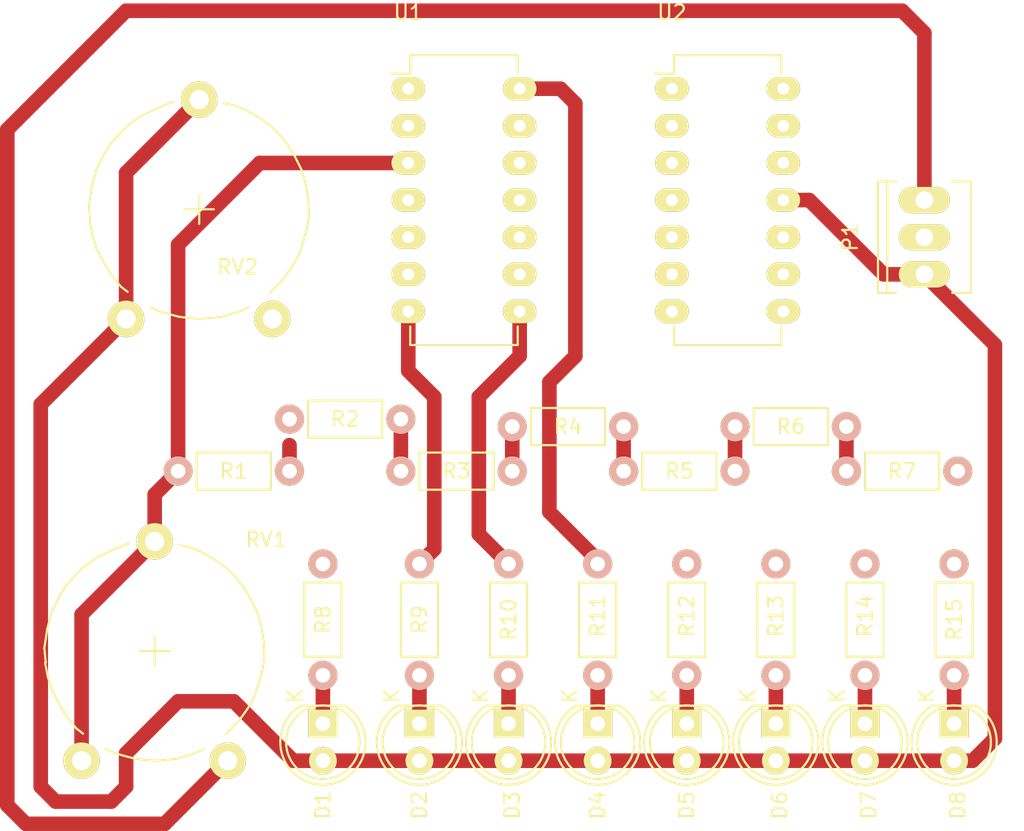
<source format=kicad_pcb>
(kicad_pcb (version 4) (host pcbnew 4.0.2-stable)

  (general
    (links 56)
    (no_connects 25)
    (area 101.571379 95.141 168.996 156.28838)
    (thickness 1.6)
    (drawings 0)
    (tracks 72)
    (zones 0)
    (modules 28)
    (nets 28)
  )

  (page A4)
  (layers
    (0 F.Cu signal)
    (31 B.Cu signal)
    (32 B.Adhes user)
    (33 F.Adhes user)
    (34 B.Paste user)
    (35 F.Paste user)
    (36 B.SilkS user)
    (37 F.SilkS user)
    (38 B.Mask user)
    (39 F.Mask user)
    (40 Dwgs.User user)
    (41 Cmts.User user)
    (42 Eco1.User user)
    (43 Eco2.User user)
    (44 Edge.Cuts user)
    (45 Margin user)
    (46 B.CrtYd user)
    (47 F.CrtYd user)
    (48 B.Fab user)
    (49 F.Fab user)
  )

  (setup
    (last_trace_width 1)
    (trace_clearance 0.2)
    (zone_clearance 0.508)
    (zone_45_only no)
    (trace_min 0.2)
    (segment_width 0.2)
    (edge_width 0.15)
    (via_size 0.6)
    (via_drill 0.4)
    (via_min_size 0.4)
    (via_min_drill 0.3)
    (uvia_size 0.3)
    (uvia_drill 0.1)
    (uvias_allowed no)
    (uvia_min_size 0.2)
    (uvia_min_drill 0.1)
    (pcb_text_width 0.3)
    (pcb_text_size 1.5 1.5)
    (mod_edge_width 0.15)
    (mod_text_size 1 1)
    (mod_text_width 0.15)
    (pad_size 1.524 1.524)
    (pad_drill 0.762)
    (pad_to_mask_clearance 0.2)
    (aux_axis_origin 0 0)
    (visible_elements FFFFFF7F)
    (pcbplotparams
      (layerselection 0x00030_80000001)
      (usegerberextensions false)
      (excludeedgelayer true)
      (linewidth 0.100000)
      (plotframeref false)
      (viasonmask false)
      (mode 1)
      (useauxorigin false)
      (hpglpennumber 1)
      (hpglpenspeed 20)
      (hpglpendiameter 15)
      (hpglpenoverlay 2)
      (psnegative false)
      (psa4output false)
      (plotreference true)
      (plotvalue true)
      (plotinvisibletext false)
      (padsonsilk false)
      (subtractmaskfromsilk false)
      (outputformat 1)
      (mirror false)
      (drillshape 1)
      (scaleselection 1)
      (outputdirectory ""))
  )

  (net 0 "")
  (net 1 +12V)
  (net 2 GNDPWR)
  (net 3 "Net-(D3-Pad1)")
  (net 4 "Net-(R3-Pad1)")
  (net 5 "Net-(R5-Pad1)")
  (net 6 "Net-(R6-Pad1)")
  (net 7 "Net-(R7-Pad1)")
  (net 8 "Net-(R8-Pad1)")
  (net 9 "Net-(R10-Pad1)")
  (net 10 "Net-(R11-Pad1)")
  (net 11 "Net-(R12-Pad1)")
  (net 12 "Net-(R13-Pad1)")
  (net 13 "Net-(R14-Pad1)")
  (net 14 "Net-(R15-Pad1)")
  (net 15 "Net-(D1-Pad1)")
  (net 16 "Net-(D2-Pad1)")
  (net 17 "Net-(D4-Pad1)")
  (net 18 "Net-(D5-Pad1)")
  (net 19 "Net-(D6-Pad1)")
  (net 20 "Net-(D7-Pad1)")
  (net 21 "Net-(D8-Pad1)")
  (net 22 "Net-(P1-Pad2)")
  (net 23 "Net-(R1-Pad1)")
  (net 24 "Net-(R1-Pad2)")
  (net 25 "Net-(R2-Pad1)")
  (net 26 "Net-(R4-Pad1)")
  (net 27 "Net-(R9-Pad1)")

  (net_class Default "This is the default net class."
    (clearance 0.2)
    (trace_width 1)
    (via_dia 0.6)
    (via_drill 0.4)
    (uvia_dia 0.3)
    (uvia_drill 0.1)
    (add_net "Net-(D1-Pad1)")
    (add_net "Net-(D2-Pad1)")
    (add_net "Net-(D3-Pad1)")
    (add_net "Net-(D4-Pad1)")
    (add_net "Net-(D5-Pad1)")
    (add_net "Net-(D6-Pad1)")
    (add_net "Net-(D7-Pad1)")
    (add_net "Net-(D8-Pad1)")
    (add_net "Net-(P1-Pad2)")
    (add_net "Net-(R1-Pad1)")
    (add_net "Net-(R1-Pad2)")
    (add_net "Net-(R10-Pad1)")
    (add_net "Net-(R11-Pad1)")
    (add_net "Net-(R12-Pad1)")
    (add_net "Net-(R13-Pad1)")
    (add_net "Net-(R14-Pad1)")
    (add_net "Net-(R15-Pad1)")
    (add_net "Net-(R2-Pad1)")
    (add_net "Net-(R3-Pad1)")
    (add_net "Net-(R4-Pad1)")
    (add_net "Net-(R5-Pad1)")
    (add_net "Net-(R6-Pad1)")
    (add_net "Net-(R7-Pad1)")
    (add_net "Net-(R8-Pad1)")
    (add_net "Net-(R9-Pad1)")
  )

  (net_class Power ""
    (clearance 0.2)
    (trace_width 1)
    (via_dia 0.6)
    (via_drill 0.4)
    (uvia_dia 0.3)
    (uvia_drill 0.1)
    (add_net +12V)
    (add_net GNDPWR)
  )

  (module Potentiometers:Potentiometer_Trimmer-Piher_PT15-V15_horizontal (layer F.Cu) (tedit 5446FD75) (tstamp 5774080A)
    (at 104.394 151.384)
    (descr "Potentiometer, Trimmer, Piher, PT15, Type V15, horizontal, Rev A, 02 Aug 2010,")
    (tags "Potentiometer, Trimmer, Piher, PT15, Type V15, horizontal, Rev A, 02 Aug 2010,")
    (path /5771843C)
    (fp_text reference RV1 (at 12.62126 -15.12062) (layer F.SilkS)
      (effects (font (size 1 1) (thickness 0.15)))
    )
    (fp_text value LVL (at 5.00126 3.92938) (layer F.Fab)
      (effects (font (size 1 1) (thickness 0.15)))
    )
    (fp_line (start 3.05054 -14.80058) (end 3.2512 -14.85138) (layer F.SilkS) (width 0.15))
    (fp_line (start 7.40156 -14.59992) (end 6.70052 -14.74978) (layer F.SilkS) (width 0.15))
    (fp_line (start 1.651 -0.8001) (end 2.20218 -0.55118) (layer F.SilkS) (width 0.15))
    (fp_line (start 2.20218 -0.55118) (end 2.85242 -0.35052) (layer F.SilkS) (width 0.15))
    (fp_line (start 2.85242 -0.35052) (end 3.60172 -0.14986) (layer F.SilkS) (width 0.15))
    (fp_line (start 3.60172 -0.14986) (end 4.35102 -0.0508) (layer F.SilkS) (width 0.15))
    (fp_line (start 4.35102 -0.0508) (end 5.00126 0) (layer F.SilkS) (width 0.15))
    (fp_line (start 5.00126 0) (end 5.6515 -0.0508) (layer F.SilkS) (width 0.15))
    (fp_line (start 5.6515 -0.0508) (end 6.60146 -0.14986) (layer F.SilkS) (width 0.15))
    (fp_line (start 6.60146 -0.14986) (end 7.70128 -0.50038) (layer F.SilkS) (width 0.15))
    (fp_line (start 7.70128 -0.50038) (end 8.40232 -0.8001) (layer F.SilkS) (width 0.15))
    (fp_line (start -2.49936 -6.70052) (end -2.2987 -5.69976) (layer F.SilkS) (width 0.15))
    (fp_line (start -2.2987 -5.69976) (end -1.99898 -4.7498) (layer F.SilkS) (width 0.15))
    (fp_line (start -1.99898 -4.7498) (end -1.34874 -3.55092) (layer F.SilkS) (width 0.15))
    (fp_line (start -1.34874 -3.55092) (end -0.84836 -2.80162) (layer F.SilkS) (width 0.15))
    (fp_line (start -0.84836 -2.80162) (end -0.34798 -2.19964) (layer F.SilkS) (width 0.15))
    (fp_line (start -0.34798 -2.19964) (end 0.1016 -1.85166) (layer F.SilkS) (width 0.15))
    (fp_line (start 3.05054 -14.80058) (end 2.10058 -14.4018) (layer F.SilkS) (width 0.15))
    (fp_line (start 2.10058 -14.4018) (end 1.05156 -13.90142) (layer F.SilkS) (width 0.15))
    (fp_line (start 1.05156 -13.90142) (end 0.20066 -13.29944) (layer F.SilkS) (width 0.15))
    (fp_line (start 0.20066 -13.29944) (end -0.44958 -12.65174) (layer F.SilkS) (width 0.15))
    (fp_line (start -0.44958 -12.65174) (end -1.04902 -12.0015) (layer F.SilkS) (width 0.15))
    (fp_line (start -1.04902 -12.0015) (end -1.5494 -11.2014) (layer F.SilkS) (width 0.15))
    (fp_line (start -1.5494 -11.2014) (end -2.04978 -10.14984) (layer F.SilkS) (width 0.15))
    (fp_line (start -2.04978 -10.14984) (end -2.3495 -9.00176) (layer F.SilkS) (width 0.15))
    (fp_line (start -2.3495 -9.00176) (end -2.54762 -7.70128) (layer F.SilkS) (width 0.15))
    (fp_line (start -2.54762 -7.70128) (end -2.44856 -6.70052) (layer F.SilkS) (width 0.15))
    (fp_line (start 11.55192 -11.0998) (end 11.05154 -11.8999) (layer F.SilkS) (width 0.15))
    (fp_line (start 11.05154 -11.8999) (end 10.50036 -12.60094) (layer F.SilkS) (width 0.15))
    (fp_line (start 10.50036 -12.60094) (end 9.90092 -13.20038) (layer F.SilkS) (width 0.15))
    (fp_line (start 9.90092 -13.20038) (end 9.05002 -13.79982) (layer F.SilkS) (width 0.15))
    (fp_line (start 9.05002 -13.79982) (end 8.20166 -14.3002) (layer F.SilkS) (width 0.15))
    (fp_line (start 8.20166 -14.3002) (end 7.35076 -14.59992) (layer F.SilkS) (width 0.15))
    (fp_line (start 9.85012 -1.80086) (end 10.30224 -2.25044) (layer F.SilkS) (width 0.15))
    (fp_line (start 10.30224 -2.25044) (end 10.85088 -2.84988) (layer F.SilkS) (width 0.15))
    (fp_line (start 10.85088 -2.84988) (end 11.35126 -3.55092) (layer F.SilkS) (width 0.15))
    (fp_line (start 11.35126 -3.55092) (end 11.80084 -4.35102) (layer F.SilkS) (width 0.15))
    (fp_line (start 11.80084 -4.35102) (end 12.10056 -5.25018) (layer F.SilkS) (width 0.15))
    (fp_line (start 12.10056 -5.25018) (end 12.35202 -6.10108) (layer F.SilkS) (width 0.15))
    (fp_line (start 12.35202 -6.10108) (end 12.50188 -6.94944) (layer F.SilkS) (width 0.15))
    (fp_line (start 12.50188 -6.94944) (end 12.50188 -7.50062) (layer F.SilkS) (width 0.15))
    (fp_line (start 12.50188 -7.50062) (end 12.45108 -8.20166) (layer F.SilkS) (width 0.15))
    (fp_line (start 12.45108 -8.20166) (end 12.30122 -9.19988) (layer F.SilkS) (width 0.15))
    (fp_line (start 12.30122 -9.19988) (end 12.0015 -10.20064) (layer F.SilkS) (width 0.15))
    (fp_line (start 12.0015 -10.20064) (end 11.55192 -11.0998) (layer F.SilkS) (width 0.15))
    (fp_line (start 5.00126 -8.50138) (end 5.00126 -6.49986) (layer F.SilkS) (width 0.15))
    (fp_line (start 4.0005 -7.50062) (end 6.00202 -7.50062) (layer F.SilkS) (width 0.15))
    (pad 2 thru_hole circle (at 5.00126 -15.00124) (size 2.49936 2.49936) (drill 1.30048) (layers *.Cu *.Mask F.SilkS)
      (net 24 "Net-(R1-Pad2)"))
    (pad 3 thru_hole circle (at 10.00252 0) (size 2.49936 2.49936) (drill 1.30048) (layers *.Cu *.Mask F.SilkS)
      (net 2 GNDPWR))
    (pad 1 thru_hole circle (at 0 0) (size 2.49936 2.49936) (drill 1.30048) (layers *.Cu *.Mask F.SilkS)
      (net 24 "Net-(R1-Pad2)"))
  )

  (module LEDs:LED-5MM (layer F.Cu) (tedit 57740D75) (tstamp 57740778)
    (at 120.904 148.844 270)
    (descr "LED 5mm round vertical")
    (tags "LED 5mm round vertical")
    (path /57713C91)
    (fp_text reference D1 (at 5.588 0 270) (layer F.SilkS)
      (effects (font (size 1 1) (thickness 0.15)))
    )
    (fp_text value LN1 (at 1.524 -3.937 270) (layer F.Fab)
      (effects (font (size 1 1) (thickness 0.15)))
    )
    (fp_line (start -1.5 -1.55) (end -1.5 1.55) (layer F.CrtYd) (width 0.05))
    (fp_arc (start 1.3 0) (end -1.5 1.55) (angle -302) (layer F.CrtYd) (width 0.05))
    (fp_arc (start 1.27 0) (end -1.23 -1.5) (angle 297.5) (layer F.SilkS) (width 0.15))
    (fp_line (start -1.23 1.5) (end -1.23 -1.5) (layer F.SilkS) (width 0.15))
    (fp_circle (center 1.27 0) (end 0.97 -2.5) (layer F.SilkS) (width 0.15))
    (fp_text user K (at -1.905 1.905 270) (layer F.SilkS)
      (effects (font (size 1 1) (thickness 0.15)))
    )
    (pad 1 thru_hole rect (at 0 0) (size 2 1.9) (drill 1.00076) (layers *.Cu *.Mask F.SilkS)
      (net 15 "Net-(D1-Pad1)"))
    (pad 2 thru_hole circle (at 2.54 0 270) (size 1.9 1.9) (drill 1.00076) (layers *.Cu *.Mask F.SilkS)
      (net 1 +12V))
    (model LEDs.3dshapes/LED-5MM.wrl
      (at (xyz 0.05 0 0))
      (scale (xyz 1 1 1))
      (rotate (xyz 0 0 90))
    )
  )

  (module LEDs:LED-5MM (layer F.Cu) (tedit 57740D79) (tstamp 5774077E)
    (at 127.508 148.844 270)
    (descr "LED 5mm round vertical")
    (tags "LED 5mm round vertical")
    (path /57713C30)
    (fp_text reference D2 (at 5.588 0 270) (layer F.SilkS)
      (effects (font (size 1 1) (thickness 0.15)))
    )
    (fp_text value LN2 (at 1.524 -3.937 270) (layer F.Fab)
      (effects (font (size 1 1) (thickness 0.15)))
    )
    (fp_line (start -1.5 -1.55) (end -1.5 1.55) (layer F.CrtYd) (width 0.05))
    (fp_arc (start 1.3 0) (end -1.5 1.55) (angle -302) (layer F.CrtYd) (width 0.05))
    (fp_arc (start 1.27 0) (end -1.23 -1.5) (angle 297.5) (layer F.SilkS) (width 0.15))
    (fp_line (start -1.23 1.5) (end -1.23 -1.5) (layer F.SilkS) (width 0.15))
    (fp_circle (center 1.27 0) (end 0.97 -2.5) (layer F.SilkS) (width 0.15))
    (fp_text user K (at -1.905 1.905 270) (layer F.SilkS)
      (effects (font (size 1 1) (thickness 0.15)))
    )
    (pad 1 thru_hole rect (at 0 0) (size 2 1.9) (drill 1.00076) (layers *.Cu *.Mask F.SilkS)
      (net 16 "Net-(D2-Pad1)"))
    (pad 2 thru_hole circle (at 2.54 0 270) (size 1.9 1.9) (drill 1.00076) (layers *.Cu *.Mask F.SilkS)
      (net 1 +12V))
    (model LEDs.3dshapes/LED-5MM.wrl
      (at (xyz 0.05 0 0))
      (scale (xyz 1 1 1))
      (rotate (xyz 0 0 90))
    )
  )

  (module LEDs:LED-5MM (layer F.Cu) (tedit 57740D7E) (tstamp 57740784)
    (at 133.604 148.844 270)
    (descr "LED 5mm round vertical")
    (tags "LED 5mm round vertical")
    (path /57713BCE)
    (fp_text reference D3 (at 5.588 -0.254 270) (layer F.SilkS)
      (effects (font (size 1 1) (thickness 0.15)))
    )
    (fp_text value LN3 (at 1.524 -3.937 270) (layer F.Fab)
      (effects (font (size 1 1) (thickness 0.15)))
    )
    (fp_line (start -1.5 -1.55) (end -1.5 1.55) (layer F.CrtYd) (width 0.05))
    (fp_arc (start 1.3 0) (end -1.5 1.55) (angle -302) (layer F.CrtYd) (width 0.05))
    (fp_arc (start 1.27 0) (end -1.23 -1.5) (angle 297.5) (layer F.SilkS) (width 0.15))
    (fp_line (start -1.23 1.5) (end -1.23 -1.5) (layer F.SilkS) (width 0.15))
    (fp_circle (center 1.27 0) (end 0.97 -2.5) (layer F.SilkS) (width 0.15))
    (fp_text user K (at -1.905 1.905 270) (layer F.SilkS)
      (effects (font (size 1 1) (thickness 0.15)))
    )
    (pad 1 thru_hole rect (at 0 0) (size 2 1.9) (drill 1.00076) (layers *.Cu *.Mask F.SilkS)
      (net 3 "Net-(D3-Pad1)"))
    (pad 2 thru_hole circle (at 2.54 0 270) (size 1.9 1.9) (drill 1.00076) (layers *.Cu *.Mask F.SilkS)
      (net 1 +12V))
    (model LEDs.3dshapes/LED-5MM.wrl
      (at (xyz 0.05 0 0))
      (scale (xyz 1 1 1))
      (rotate (xyz 0 0 90))
    )
  )

  (module LEDs:LED-5MM (layer F.Cu) (tedit 57740D84) (tstamp 5774078A)
    (at 139.7 148.844 270)
    (descr "LED 5mm round vertical")
    (tags "LED 5mm round vertical")
    (path /57713B76)
    (fp_text reference D4 (at 5.588 0 270) (layer F.SilkS)
      (effects (font (size 1 1) (thickness 0.15)))
    )
    (fp_text value LN4 (at 1.524 -3.937 270) (layer F.Fab)
      (effects (font (size 1 1) (thickness 0.15)))
    )
    (fp_line (start -1.5 -1.55) (end -1.5 1.55) (layer F.CrtYd) (width 0.05))
    (fp_arc (start 1.3 0) (end -1.5 1.55) (angle -302) (layer F.CrtYd) (width 0.05))
    (fp_arc (start 1.27 0) (end -1.23 -1.5) (angle 297.5) (layer F.SilkS) (width 0.15))
    (fp_line (start -1.23 1.5) (end -1.23 -1.5) (layer F.SilkS) (width 0.15))
    (fp_circle (center 1.27 0) (end 0.97 -2.5) (layer F.SilkS) (width 0.15))
    (fp_text user K (at -1.905 1.905 270) (layer F.SilkS)
      (effects (font (size 1 1) (thickness 0.15)))
    )
    (pad 1 thru_hole rect (at 0 0) (size 2 1.9) (drill 1.00076) (layers *.Cu *.Mask F.SilkS)
      (net 17 "Net-(D4-Pad1)"))
    (pad 2 thru_hole circle (at 2.54 0 270) (size 1.9 1.9) (drill 1.00076) (layers *.Cu *.Mask F.SilkS)
      (net 1 +12V))
    (model LEDs.3dshapes/LED-5MM.wrl
      (at (xyz 0.05 0 0))
      (scale (xyz 1 1 1))
      (rotate (xyz 0 0 90))
    )
  )

  (module LEDs:LED-5MM (layer F.Cu) (tedit 57740D89) (tstamp 57740790)
    (at 145.796 148.844 270)
    (descr "LED 5mm round vertical")
    (tags "LED 5mm round vertical")
    (path /57713B18)
    (fp_text reference D5 (at 5.588 0 270) (layer F.SilkS)
      (effects (font (size 1 1) (thickness 0.15)))
    )
    (fp_text value LN5 (at 1.524 -3.937 270) (layer F.Fab)
      (effects (font (size 1 1) (thickness 0.15)))
    )
    (fp_line (start -1.5 -1.55) (end -1.5 1.55) (layer F.CrtYd) (width 0.05))
    (fp_arc (start 1.3 0) (end -1.5 1.55) (angle -302) (layer F.CrtYd) (width 0.05))
    (fp_arc (start 1.27 0) (end -1.23 -1.5) (angle 297.5) (layer F.SilkS) (width 0.15))
    (fp_line (start -1.23 1.5) (end -1.23 -1.5) (layer F.SilkS) (width 0.15))
    (fp_circle (center 1.27 0) (end 0.97 -2.5) (layer F.SilkS) (width 0.15))
    (fp_text user K (at -1.905 1.905 270) (layer F.SilkS)
      (effects (font (size 1 1) (thickness 0.15)))
    )
    (pad 1 thru_hole rect (at 0 0) (size 2 1.9) (drill 1.00076) (layers *.Cu *.Mask F.SilkS)
      (net 18 "Net-(D5-Pad1)"))
    (pad 2 thru_hole circle (at 2.54 0 270) (size 1.9 1.9) (drill 1.00076) (layers *.Cu *.Mask F.SilkS)
      (net 1 +12V))
    (model LEDs.3dshapes/LED-5MM.wrl
      (at (xyz 0.05 0 0))
      (scale (xyz 1 1 1))
      (rotate (xyz 0 0 90))
    )
  )

  (module LEDs:LED-5MM (layer F.Cu) (tedit 57740D8E) (tstamp 57740796)
    (at 151.892 148.844 270)
    (descr "LED 5mm round vertical")
    (tags "LED 5mm round vertical")
    (path /57713AC5)
    (fp_text reference D6 (at 5.588 -0.254 270) (layer F.SilkS)
      (effects (font (size 1 1) (thickness 0.15)))
    )
    (fp_text value LN6 (at 1.524 -3.937 270) (layer F.Fab)
      (effects (font (size 1 1) (thickness 0.15)))
    )
    (fp_line (start -1.5 -1.55) (end -1.5 1.55) (layer F.CrtYd) (width 0.05))
    (fp_arc (start 1.3 0) (end -1.5 1.55) (angle -302) (layer F.CrtYd) (width 0.05))
    (fp_arc (start 1.27 0) (end -1.23 -1.5) (angle 297.5) (layer F.SilkS) (width 0.15))
    (fp_line (start -1.23 1.5) (end -1.23 -1.5) (layer F.SilkS) (width 0.15))
    (fp_circle (center 1.27 0) (end 0.97 -2.5) (layer F.SilkS) (width 0.15))
    (fp_text user K (at -1.905 1.905 270) (layer F.SilkS)
      (effects (font (size 1 1) (thickness 0.15)))
    )
    (pad 1 thru_hole rect (at 0 0) (size 2 1.9) (drill 1.00076) (layers *.Cu *.Mask F.SilkS)
      (net 19 "Net-(D6-Pad1)"))
    (pad 2 thru_hole circle (at 2.54 0 270) (size 1.9 1.9) (drill 1.00076) (layers *.Cu *.Mask F.SilkS)
      (net 1 +12V))
    (model LEDs.3dshapes/LED-5MM.wrl
      (at (xyz 0.05 0 0))
      (scale (xyz 1 1 1))
      (rotate (xyz 0 0 90))
    )
  )

  (module LEDs:LED-5MM (layer F.Cu) (tedit 57740D92) (tstamp 5774079C)
    (at 157.988 148.844 270)
    (descr "LED 5mm round vertical")
    (tags "LED 5mm round vertical")
    (path /57713A74)
    (fp_text reference D7 (at 5.588 -0.254 270) (layer F.SilkS)
      (effects (font (size 1 1) (thickness 0.15)))
    )
    (fp_text value LN7 (at 1.524 -3.937 270) (layer F.Fab)
      (effects (font (size 1 1) (thickness 0.15)))
    )
    (fp_line (start -1.5 -1.55) (end -1.5 1.55) (layer F.CrtYd) (width 0.05))
    (fp_arc (start 1.3 0) (end -1.5 1.55) (angle -302) (layer F.CrtYd) (width 0.05))
    (fp_arc (start 1.27 0) (end -1.23 -1.5) (angle 297.5) (layer F.SilkS) (width 0.15))
    (fp_line (start -1.23 1.5) (end -1.23 -1.5) (layer F.SilkS) (width 0.15))
    (fp_circle (center 1.27 0) (end 0.97 -2.5) (layer F.SilkS) (width 0.15))
    (fp_text user K (at -1.905 1.905 270) (layer F.SilkS)
      (effects (font (size 1 1) (thickness 0.15)))
    )
    (pad 1 thru_hole rect (at 0 0) (size 2 1.9) (drill 1.00076) (layers *.Cu *.Mask F.SilkS)
      (net 20 "Net-(D7-Pad1)"))
    (pad 2 thru_hole circle (at 2.54 0 270) (size 1.9 1.9) (drill 1.00076) (layers *.Cu *.Mask F.SilkS)
      (net 1 +12V))
    (model LEDs.3dshapes/LED-5MM.wrl
      (at (xyz 0.05 0 0))
      (scale (xyz 1 1 1))
      (rotate (xyz 0 0 90))
    )
  )

  (module LEDs:LED-5MM (layer F.Cu) (tedit 57740D97) (tstamp 577407A2)
    (at 164.084 148.844 270)
    (descr "LED 5mm round vertical")
    (tags "LED 5mm round vertical")
    (path /577138C8)
    (fp_text reference D8 (at 5.588 -0.254 270) (layer F.SilkS)
      (effects (font (size 1 1) (thickness 0.15)))
    )
    (fp_text value LN8 (at 1.524 -3.937 270) (layer F.Fab)
      (effects (font (size 1 1) (thickness 0.15)))
    )
    (fp_line (start -1.5 -1.55) (end -1.5 1.55) (layer F.CrtYd) (width 0.05))
    (fp_arc (start 1.3 0) (end -1.5 1.55) (angle -302) (layer F.CrtYd) (width 0.05))
    (fp_arc (start 1.27 0) (end -1.23 -1.5) (angle 297.5) (layer F.SilkS) (width 0.15))
    (fp_line (start -1.23 1.5) (end -1.23 -1.5) (layer F.SilkS) (width 0.15))
    (fp_circle (center 1.27 0) (end 0.97 -2.5) (layer F.SilkS) (width 0.15))
    (fp_text user K (at -1.905 1.905 270) (layer F.SilkS)
      (effects (font (size 1 1) (thickness 0.15)))
    )
    (pad 1 thru_hole rect (at 0 0) (size 2 1.9) (drill 1.00076) (layers *.Cu *.Mask F.SilkS)
      (net 21 "Net-(D8-Pad1)"))
    (pad 2 thru_hole circle (at 2.54 0 270) (size 1.9 1.9) (drill 1.00076) (layers *.Cu *.Mask F.SilkS)
      (net 1 +12V))
    (model LEDs.3dshapes/LED-5MM.wrl
      (at (xyz 0.05 0 0))
      (scale (xyz 1 1 1))
      (rotate (xyz 0 0 90))
    )
  )

  (module Sockets_MOLEX_KK-System:Socket_MOLEX-KK-RM2-54mm_Lock_3pin_straight (layer F.Cu) (tedit 0) (tstamp 577407A9)
    (at 162.052 115.57 90)
    (descr "Socket, MOLEX, KK, RM 2.54mm, Lock, 3pin, straight,")
    (tags "Socket, MOLEX, KK, RM 2.54mm, Lock, 3pin, straight,")
    (path /57741236)
    (fp_text reference P1 (at 0 -5.08 90) (layer F.SilkS)
      (effects (font (size 1 1) (thickness 0.15)))
    )
    (fp_text value DISPLAY (at 0 5.08 90) (layer F.Fab)
      (effects (font (size 1 1) (thickness 0.15)))
    )
    (fp_line (start 3.81 -2.54) (end -3.81 -2.54) (layer F.SilkS) (width 0.15))
    (fp_line (start 3.81 1.905) (end 3.81 3.175) (layer F.SilkS) (width 0.15))
    (fp_line (start -3.81 -1.905) (end -3.81 -3.175) (layer F.SilkS) (width 0.15))
    (fp_line (start -3.81 -3.175) (end 3.81 -3.175) (layer F.SilkS) (width 0.15))
    (fp_line (start 3.81 -3.175) (end 3.81 -1.905) (layer F.SilkS) (width 0.15))
    (fp_line (start 3.81 3.175) (end -3.81 3.175) (layer F.SilkS) (width 0.15))
    (fp_line (start -3.81 3.175) (end -3.81 1.905) (layer F.SilkS) (width 0.15))
    (pad 1 thru_hole oval (at -2.54 0 90) (size 1.80086 3.50012) (drill 1.19888) (layers *.Cu *.Mask F.SilkS)
      (net 1 +12V))
    (pad 2 thru_hole oval (at 0 0 90) (size 1.80086 3.50012) (drill 1.19888) (layers *.Cu *.Mask F.SilkS)
      (net 22 "Net-(P1-Pad2)"))
    (pad 3 thru_hole oval (at 2.54 0 90) (size 1.80086 3.50012) (drill 1.19888) (layers *.Cu *.Mask F.SilkS)
      (net 2 GNDPWR))
  )

  (module Resistors_ThroughHole:Resistor_Horizontal_RM7mm (layer F.Cu) (tedit 57740D38) (tstamp 577407AF)
    (at 118.618 131.572 180)
    (descr "Resistor, Axial,  RM 7.62mm, 1/3W,")
    (tags "Resistor Axial RM 7.62mm 1/3W R3")
    (path /577186B9)
    (fp_text reference R1 (at 3.81 0 180) (layer F.SilkS)
      (effects (font (size 1 1) (thickness 0.15)))
    )
    (fp_text value R (at 3.81 3.81 180) (layer F.Fab)
      (effects (font (size 1 1) (thickness 0.15)))
    )
    (fp_line (start -1.25 -1.5) (end 8.85 -1.5) (layer F.CrtYd) (width 0.05))
    (fp_line (start -1.25 1.5) (end -1.25 -1.5) (layer F.CrtYd) (width 0.05))
    (fp_line (start 8.85 -1.5) (end 8.85 1.5) (layer F.CrtYd) (width 0.05))
    (fp_line (start -1.25 1.5) (end 8.85 1.5) (layer F.CrtYd) (width 0.05))
    (fp_line (start 1.27 -1.27) (end 6.35 -1.27) (layer F.SilkS) (width 0.15))
    (fp_line (start 6.35 -1.27) (end 6.35 1.27) (layer F.SilkS) (width 0.15))
    (fp_line (start 6.35 1.27) (end 1.27 1.27) (layer F.SilkS) (width 0.15))
    (fp_line (start 1.27 1.27) (end 1.27 -1.27) (layer F.SilkS) (width 0.15))
    (pad 1 thru_hole circle (at 0 0 180) (size 1.99898 1.99898) (drill 1.00076) (layers *.Cu *.SilkS *.Mask)
      (net 23 "Net-(R1-Pad1)"))
    (pad 2 thru_hole circle (at 7.62 0 180) (size 1.99898 1.99898) (drill 1.00076) (layers *.Cu *.SilkS *.Mask)
      (net 24 "Net-(R1-Pad2)"))
  )

  (module Resistors_ThroughHole:Resistor_Horizontal_RM7mm (layer F.Cu) (tedit 57740D3A) (tstamp 577407B5)
    (at 126.238 128.016 180)
    (descr "Resistor, Axial,  RM 7.62mm, 1/3W,")
    (tags "Resistor Axial RM 7.62mm 1/3W R3")
    (path /57718774)
    (fp_text reference R2 (at 3.81 0 180) (layer F.SilkS)
      (effects (font (size 1 1) (thickness 0.15)))
    )
    (fp_text value R (at 3.81 3.81 180) (layer F.Fab)
      (effects (font (size 1 1) (thickness 0.15)))
    )
    (fp_line (start -1.25 -1.5) (end 8.85 -1.5) (layer F.CrtYd) (width 0.05))
    (fp_line (start -1.25 1.5) (end -1.25 -1.5) (layer F.CrtYd) (width 0.05))
    (fp_line (start 8.85 -1.5) (end 8.85 1.5) (layer F.CrtYd) (width 0.05))
    (fp_line (start -1.25 1.5) (end 8.85 1.5) (layer F.CrtYd) (width 0.05))
    (fp_line (start 1.27 -1.27) (end 6.35 -1.27) (layer F.SilkS) (width 0.15))
    (fp_line (start 6.35 -1.27) (end 6.35 1.27) (layer F.SilkS) (width 0.15))
    (fp_line (start 6.35 1.27) (end 1.27 1.27) (layer F.SilkS) (width 0.15))
    (fp_line (start 1.27 1.27) (end 1.27 -1.27) (layer F.SilkS) (width 0.15))
    (pad 1 thru_hole circle (at 0 0 180) (size 1.99898 1.99898) (drill 1.00076) (layers *.Cu *.SilkS *.Mask)
      (net 25 "Net-(R2-Pad1)"))
    (pad 2 thru_hole circle (at 7.62 0 180) (size 1.99898 1.99898) (drill 1.00076) (layers *.Cu *.SilkS *.Mask)
      (net 23 "Net-(R1-Pad1)"))
  )

  (module Resistors_ThroughHole:Resistor_Horizontal_RM7mm (layer F.Cu) (tedit 57740D3D) (tstamp 577407BB)
    (at 133.858 131.572 180)
    (descr "Resistor, Axial,  RM 7.62mm, 1/3W,")
    (tags "Resistor Axial RM 7.62mm 1/3W R3")
    (path /57718829)
    (fp_text reference R3 (at 3.81 0 180) (layer F.SilkS)
      (effects (font (size 1 1) (thickness 0.15)))
    )
    (fp_text value R (at 3.81 3.81 180) (layer F.Fab)
      (effects (font (size 1 1) (thickness 0.15)))
    )
    (fp_line (start -1.25 -1.5) (end 8.85 -1.5) (layer F.CrtYd) (width 0.05))
    (fp_line (start -1.25 1.5) (end -1.25 -1.5) (layer F.CrtYd) (width 0.05))
    (fp_line (start 8.85 -1.5) (end 8.85 1.5) (layer F.CrtYd) (width 0.05))
    (fp_line (start -1.25 1.5) (end 8.85 1.5) (layer F.CrtYd) (width 0.05))
    (fp_line (start 1.27 -1.27) (end 6.35 -1.27) (layer F.SilkS) (width 0.15))
    (fp_line (start 6.35 -1.27) (end 6.35 1.27) (layer F.SilkS) (width 0.15))
    (fp_line (start 6.35 1.27) (end 1.27 1.27) (layer F.SilkS) (width 0.15))
    (fp_line (start 1.27 1.27) (end 1.27 -1.27) (layer F.SilkS) (width 0.15))
    (pad 1 thru_hole circle (at 0 0 180) (size 1.99898 1.99898) (drill 1.00076) (layers *.Cu *.SilkS *.Mask)
      (net 4 "Net-(R3-Pad1)"))
    (pad 2 thru_hole circle (at 7.62 0 180) (size 1.99898 1.99898) (drill 1.00076) (layers *.Cu *.SilkS *.Mask)
      (net 25 "Net-(R2-Pad1)"))
  )

  (module Resistors_ThroughHole:Resistor_Horizontal_RM7mm (layer F.Cu) (tedit 57740D41) (tstamp 577407C1)
    (at 141.478 128.524 180)
    (descr "Resistor, Axial,  RM 7.62mm, 1/3W,")
    (tags "Resistor Axial RM 7.62mm 1/3W R3")
    (path /5771892F)
    (fp_text reference R4 (at 3.81 0 180) (layer F.SilkS)
      (effects (font (size 1 1) (thickness 0.15)))
    )
    (fp_text value R (at 3.81 3.81 180) (layer F.Fab)
      (effects (font (size 1 1) (thickness 0.15)))
    )
    (fp_line (start -1.25 -1.5) (end 8.85 -1.5) (layer F.CrtYd) (width 0.05))
    (fp_line (start -1.25 1.5) (end -1.25 -1.5) (layer F.CrtYd) (width 0.05))
    (fp_line (start 8.85 -1.5) (end 8.85 1.5) (layer F.CrtYd) (width 0.05))
    (fp_line (start -1.25 1.5) (end 8.85 1.5) (layer F.CrtYd) (width 0.05))
    (fp_line (start 1.27 -1.27) (end 6.35 -1.27) (layer F.SilkS) (width 0.15))
    (fp_line (start 6.35 -1.27) (end 6.35 1.27) (layer F.SilkS) (width 0.15))
    (fp_line (start 6.35 1.27) (end 1.27 1.27) (layer F.SilkS) (width 0.15))
    (fp_line (start 1.27 1.27) (end 1.27 -1.27) (layer F.SilkS) (width 0.15))
    (pad 1 thru_hole circle (at 0 0 180) (size 1.99898 1.99898) (drill 1.00076) (layers *.Cu *.SilkS *.Mask)
      (net 26 "Net-(R4-Pad1)"))
    (pad 2 thru_hole circle (at 7.62 0 180) (size 1.99898 1.99898) (drill 1.00076) (layers *.Cu *.SilkS *.Mask)
      (net 4 "Net-(R3-Pad1)"))
  )

  (module Resistors_ThroughHole:Resistor_Horizontal_RM7mm (layer F.Cu) (tedit 57740D44) (tstamp 577407C7)
    (at 149.098 131.572 180)
    (descr "Resistor, Axial,  RM 7.62mm, 1/3W,")
    (tags "Resistor Axial RM 7.62mm 1/3W R3")
    (path /577189DE)
    (fp_text reference R5 (at 3.81 0 180) (layer F.SilkS)
      (effects (font (size 1 1) (thickness 0.15)))
    )
    (fp_text value R (at 3.81 3.81 180) (layer F.Fab)
      (effects (font (size 1 1) (thickness 0.15)))
    )
    (fp_line (start -1.25 -1.5) (end 8.85 -1.5) (layer F.CrtYd) (width 0.05))
    (fp_line (start -1.25 1.5) (end -1.25 -1.5) (layer F.CrtYd) (width 0.05))
    (fp_line (start 8.85 -1.5) (end 8.85 1.5) (layer F.CrtYd) (width 0.05))
    (fp_line (start -1.25 1.5) (end 8.85 1.5) (layer F.CrtYd) (width 0.05))
    (fp_line (start 1.27 -1.27) (end 6.35 -1.27) (layer F.SilkS) (width 0.15))
    (fp_line (start 6.35 -1.27) (end 6.35 1.27) (layer F.SilkS) (width 0.15))
    (fp_line (start 6.35 1.27) (end 1.27 1.27) (layer F.SilkS) (width 0.15))
    (fp_line (start 1.27 1.27) (end 1.27 -1.27) (layer F.SilkS) (width 0.15))
    (pad 1 thru_hole circle (at 0 0 180) (size 1.99898 1.99898) (drill 1.00076) (layers *.Cu *.SilkS *.Mask)
      (net 5 "Net-(R5-Pad1)"))
    (pad 2 thru_hole circle (at 7.62 0 180) (size 1.99898 1.99898) (drill 1.00076) (layers *.Cu *.SilkS *.Mask)
      (net 26 "Net-(R4-Pad1)"))
  )

  (module Resistors_ThroughHole:Resistor_Horizontal_RM7mm (layer F.Cu) (tedit 57740D63) (tstamp 577407CD)
    (at 156.718 128.524 180)
    (descr "Resistor, Axial,  RM 7.62mm, 1/3W,")
    (tags "Resistor Axial RM 7.62mm 1/3W R3")
    (path /57718ABD)
    (fp_text reference R6 (at 3.81 0 180) (layer F.SilkS)
      (effects (font (size 1 1) (thickness 0.15)))
    )
    (fp_text value R (at 3.81 3.81 180) (layer F.Fab)
      (effects (font (size 1 1) (thickness 0.15)))
    )
    (fp_line (start -1.25 -1.5) (end 8.85 -1.5) (layer F.CrtYd) (width 0.05))
    (fp_line (start -1.25 1.5) (end -1.25 -1.5) (layer F.CrtYd) (width 0.05))
    (fp_line (start 8.85 -1.5) (end 8.85 1.5) (layer F.CrtYd) (width 0.05))
    (fp_line (start -1.25 1.5) (end 8.85 1.5) (layer F.CrtYd) (width 0.05))
    (fp_line (start 1.27 -1.27) (end 6.35 -1.27) (layer F.SilkS) (width 0.15))
    (fp_line (start 6.35 -1.27) (end 6.35 1.27) (layer F.SilkS) (width 0.15))
    (fp_line (start 6.35 1.27) (end 1.27 1.27) (layer F.SilkS) (width 0.15))
    (fp_line (start 1.27 1.27) (end 1.27 -1.27) (layer F.SilkS) (width 0.15))
    (pad 1 thru_hole circle (at 0 0 180) (size 1.99898 1.99898) (drill 1.00076) (layers *.Cu *.SilkS *.Mask)
      (net 6 "Net-(R6-Pad1)"))
    (pad 2 thru_hole circle (at 7.62 0 180) (size 1.99898 1.99898) (drill 1.00076) (layers *.Cu *.SilkS *.Mask)
      (net 5 "Net-(R5-Pad1)"))
  )

  (module Resistors_ThroughHole:Resistor_Horizontal_RM7mm (layer F.Cu) (tedit 57740D60) (tstamp 577407D3)
    (at 164.338 131.572 180)
    (descr "Resistor, Axial,  RM 7.62mm, 1/3W,")
    (tags "Resistor Axial RM 7.62mm 1/3W R3")
    (path /57718BD2)
    (fp_text reference R7 (at 3.81 0 180) (layer F.SilkS)
      (effects (font (size 1 1) (thickness 0.15)))
    )
    (fp_text value R (at 3.81 3.81 180) (layer F.Fab)
      (effects (font (size 1 1) (thickness 0.15)))
    )
    (fp_line (start -1.25 -1.5) (end 8.85 -1.5) (layer F.CrtYd) (width 0.05))
    (fp_line (start -1.25 1.5) (end -1.25 -1.5) (layer F.CrtYd) (width 0.05))
    (fp_line (start 8.85 -1.5) (end 8.85 1.5) (layer F.CrtYd) (width 0.05))
    (fp_line (start -1.25 1.5) (end 8.85 1.5) (layer F.CrtYd) (width 0.05))
    (fp_line (start 1.27 -1.27) (end 6.35 -1.27) (layer F.SilkS) (width 0.15))
    (fp_line (start 6.35 -1.27) (end 6.35 1.27) (layer F.SilkS) (width 0.15))
    (fp_line (start 6.35 1.27) (end 1.27 1.27) (layer F.SilkS) (width 0.15))
    (fp_line (start 1.27 1.27) (end 1.27 -1.27) (layer F.SilkS) (width 0.15))
    (pad 1 thru_hole circle (at 0 0 180) (size 1.99898 1.99898) (drill 1.00076) (layers *.Cu *.SilkS *.Mask)
      (net 7 "Net-(R7-Pad1)"))
    (pad 2 thru_hole circle (at 7.62 0 180) (size 1.99898 1.99898) (drill 1.00076) (layers *.Cu *.SilkS *.Mask)
      (net 6 "Net-(R6-Pad1)"))
  )

  (module Resistors_ThroughHole:Resistor_Horizontal_RM7mm (layer F.Cu) (tedit 57740D49) (tstamp 577407D9)
    (at 120.904 137.922 270)
    (descr "Resistor, Axial,  RM 7.62mm, 1/3W,")
    (tags "Resistor Axial RM 7.62mm 1/3W R3")
    (path /57714551)
    (fp_text reference R8 (at 3.81 0 270) (layer F.SilkS)
      (effects (font (size 1 1) (thickness 0.15)))
    )
    (fp_text value R (at 3.81 3.81 270) (layer F.Fab)
      (effects (font (size 1 1) (thickness 0.15)))
    )
    (fp_line (start -1.25 -1.5) (end 8.85 -1.5) (layer F.CrtYd) (width 0.05))
    (fp_line (start -1.25 1.5) (end -1.25 -1.5) (layer F.CrtYd) (width 0.05))
    (fp_line (start 8.85 -1.5) (end 8.85 1.5) (layer F.CrtYd) (width 0.05))
    (fp_line (start -1.25 1.5) (end 8.85 1.5) (layer F.CrtYd) (width 0.05))
    (fp_line (start 1.27 -1.27) (end 6.35 -1.27) (layer F.SilkS) (width 0.15))
    (fp_line (start 6.35 -1.27) (end 6.35 1.27) (layer F.SilkS) (width 0.15))
    (fp_line (start 6.35 1.27) (end 1.27 1.27) (layer F.SilkS) (width 0.15))
    (fp_line (start 1.27 1.27) (end 1.27 -1.27) (layer F.SilkS) (width 0.15))
    (pad 1 thru_hole circle (at 0 0 270) (size 1.99898 1.99898) (drill 1.00076) (layers *.Cu *.SilkS *.Mask)
      (net 8 "Net-(R8-Pad1)"))
    (pad 2 thru_hole circle (at 7.62 0 270) (size 1.99898 1.99898) (drill 1.00076) (layers *.Cu *.SilkS *.Mask)
      (net 15 "Net-(D1-Pad1)"))
  )

  (module Resistors_ThroughHole:Resistor_Horizontal_RM7mm (layer F.Cu) (tedit 57740D4C) (tstamp 577407DF)
    (at 127.508 137.922 270)
    (descr "Resistor, Axial,  RM 7.62mm, 1/3W,")
    (tags "Resistor Axial RM 7.62mm 1/3W R3")
    (path /577145B1)
    (fp_text reference R9 (at 3.81 0 270) (layer F.SilkS)
      (effects (font (size 1 1) (thickness 0.15)))
    )
    (fp_text value R (at 3.81 3.81 270) (layer F.Fab)
      (effects (font (size 1 1) (thickness 0.15)))
    )
    (fp_line (start -1.25 -1.5) (end 8.85 -1.5) (layer F.CrtYd) (width 0.05))
    (fp_line (start -1.25 1.5) (end -1.25 -1.5) (layer F.CrtYd) (width 0.05))
    (fp_line (start 8.85 -1.5) (end 8.85 1.5) (layer F.CrtYd) (width 0.05))
    (fp_line (start -1.25 1.5) (end 8.85 1.5) (layer F.CrtYd) (width 0.05))
    (fp_line (start 1.27 -1.27) (end 6.35 -1.27) (layer F.SilkS) (width 0.15))
    (fp_line (start 6.35 -1.27) (end 6.35 1.27) (layer F.SilkS) (width 0.15))
    (fp_line (start 6.35 1.27) (end 1.27 1.27) (layer F.SilkS) (width 0.15))
    (fp_line (start 1.27 1.27) (end 1.27 -1.27) (layer F.SilkS) (width 0.15))
    (pad 1 thru_hole circle (at 0 0 270) (size 1.99898 1.99898) (drill 1.00076) (layers *.Cu *.SilkS *.Mask)
      (net 27 "Net-(R9-Pad1)"))
    (pad 2 thru_hole circle (at 7.62 0 270) (size 1.99898 1.99898) (drill 1.00076) (layers *.Cu *.SilkS *.Mask)
      (net 16 "Net-(D2-Pad1)"))
  )

  (module Resistors_ThroughHole:Resistor_Horizontal_RM7mm (layer F.Cu) (tedit 57740D50) (tstamp 577407E5)
    (at 133.604 137.922 270)
    (descr "Resistor, Axial,  RM 7.62mm, 1/3W,")
    (tags "Resistor Axial RM 7.62mm 1/3W R3")
    (path /5771460F)
    (fp_text reference R10 (at 3.81 0 270) (layer F.SilkS)
      (effects (font (size 1 1) (thickness 0.15)))
    )
    (fp_text value R (at 3.81 3.81 270) (layer F.Fab)
      (effects (font (size 1 1) (thickness 0.15)))
    )
    (fp_line (start -1.25 -1.5) (end 8.85 -1.5) (layer F.CrtYd) (width 0.05))
    (fp_line (start -1.25 1.5) (end -1.25 -1.5) (layer F.CrtYd) (width 0.05))
    (fp_line (start 8.85 -1.5) (end 8.85 1.5) (layer F.CrtYd) (width 0.05))
    (fp_line (start -1.25 1.5) (end 8.85 1.5) (layer F.CrtYd) (width 0.05))
    (fp_line (start 1.27 -1.27) (end 6.35 -1.27) (layer F.SilkS) (width 0.15))
    (fp_line (start 6.35 -1.27) (end 6.35 1.27) (layer F.SilkS) (width 0.15))
    (fp_line (start 6.35 1.27) (end 1.27 1.27) (layer F.SilkS) (width 0.15))
    (fp_line (start 1.27 1.27) (end 1.27 -1.27) (layer F.SilkS) (width 0.15))
    (pad 1 thru_hole circle (at 0 0 270) (size 1.99898 1.99898) (drill 1.00076) (layers *.Cu *.SilkS *.Mask)
      (net 9 "Net-(R10-Pad1)"))
    (pad 2 thru_hole circle (at 7.62 0 270) (size 1.99898 1.99898) (drill 1.00076) (layers *.Cu *.SilkS *.Mask)
      (net 3 "Net-(D3-Pad1)"))
  )

  (module Resistors_ThroughHole:Resistor_Horizontal_RM7mm (layer F.Cu) (tedit 57740D52) (tstamp 577407EB)
    (at 139.7 137.922 270)
    (descr "Resistor, Axial,  RM 7.62mm, 1/3W,")
    (tags "Resistor Axial RM 7.62mm 1/3W R3")
    (path /57714676)
    (fp_text reference R11 (at 3.556 0 270) (layer F.SilkS)
      (effects (font (size 1 1) (thickness 0.15)))
    )
    (fp_text value R (at 3.81 3.81 270) (layer F.Fab)
      (effects (font (size 1 1) (thickness 0.15)))
    )
    (fp_line (start -1.25 -1.5) (end 8.85 -1.5) (layer F.CrtYd) (width 0.05))
    (fp_line (start -1.25 1.5) (end -1.25 -1.5) (layer F.CrtYd) (width 0.05))
    (fp_line (start 8.85 -1.5) (end 8.85 1.5) (layer F.CrtYd) (width 0.05))
    (fp_line (start -1.25 1.5) (end 8.85 1.5) (layer F.CrtYd) (width 0.05))
    (fp_line (start 1.27 -1.27) (end 6.35 -1.27) (layer F.SilkS) (width 0.15))
    (fp_line (start 6.35 -1.27) (end 6.35 1.27) (layer F.SilkS) (width 0.15))
    (fp_line (start 6.35 1.27) (end 1.27 1.27) (layer F.SilkS) (width 0.15))
    (fp_line (start 1.27 1.27) (end 1.27 -1.27) (layer F.SilkS) (width 0.15))
    (pad 1 thru_hole circle (at 0 0 270) (size 1.99898 1.99898) (drill 1.00076) (layers *.Cu *.SilkS *.Mask)
      (net 10 "Net-(R11-Pad1)"))
    (pad 2 thru_hole circle (at 7.62 0 270) (size 1.99898 1.99898) (drill 1.00076) (layers *.Cu *.SilkS *.Mask)
      (net 17 "Net-(D4-Pad1)"))
  )

  (module Resistors_ThroughHole:Resistor_Horizontal_RM7mm (layer F.Cu) (tedit 57740D55) (tstamp 577407F1)
    (at 145.796 137.922 270)
    (descr "Resistor, Axial,  RM 7.62mm, 1/3W,")
    (tags "Resistor Axial RM 7.62mm 1/3W R3")
    (path /577146E4)
    (fp_text reference R12 (at 3.556 0 270) (layer F.SilkS)
      (effects (font (size 1 1) (thickness 0.15)))
    )
    (fp_text value R (at 3.81 3.81 270) (layer F.Fab)
      (effects (font (size 1 1) (thickness 0.15)))
    )
    (fp_line (start -1.25 -1.5) (end 8.85 -1.5) (layer F.CrtYd) (width 0.05))
    (fp_line (start -1.25 1.5) (end -1.25 -1.5) (layer F.CrtYd) (width 0.05))
    (fp_line (start 8.85 -1.5) (end 8.85 1.5) (layer F.CrtYd) (width 0.05))
    (fp_line (start -1.25 1.5) (end 8.85 1.5) (layer F.CrtYd) (width 0.05))
    (fp_line (start 1.27 -1.27) (end 6.35 -1.27) (layer F.SilkS) (width 0.15))
    (fp_line (start 6.35 -1.27) (end 6.35 1.27) (layer F.SilkS) (width 0.15))
    (fp_line (start 6.35 1.27) (end 1.27 1.27) (layer F.SilkS) (width 0.15))
    (fp_line (start 1.27 1.27) (end 1.27 -1.27) (layer F.SilkS) (width 0.15))
    (pad 1 thru_hole circle (at 0 0 270) (size 1.99898 1.99898) (drill 1.00076) (layers *.Cu *.SilkS *.Mask)
      (net 11 "Net-(R12-Pad1)"))
    (pad 2 thru_hole circle (at 7.62 0 270) (size 1.99898 1.99898) (drill 1.00076) (layers *.Cu *.SilkS *.Mask)
      (net 18 "Net-(D5-Pad1)"))
  )

  (module Resistors_ThroughHole:Resistor_Horizontal_RM7mm (layer F.Cu) (tedit 57740D58) (tstamp 577407F7)
    (at 151.892 137.922 270)
    (descr "Resistor, Axial,  RM 7.62mm, 1/3W,")
    (tags "Resistor Axial RM 7.62mm 1/3W R3")
    (path /5771474A)
    (fp_text reference R13 (at 3.556 0 270) (layer F.SilkS)
      (effects (font (size 1 1) (thickness 0.15)))
    )
    (fp_text value R (at 3.81 3.81 270) (layer F.Fab)
      (effects (font (size 1 1) (thickness 0.15)))
    )
    (fp_line (start -1.25 -1.5) (end 8.85 -1.5) (layer F.CrtYd) (width 0.05))
    (fp_line (start -1.25 1.5) (end -1.25 -1.5) (layer F.CrtYd) (width 0.05))
    (fp_line (start 8.85 -1.5) (end 8.85 1.5) (layer F.CrtYd) (width 0.05))
    (fp_line (start -1.25 1.5) (end 8.85 1.5) (layer F.CrtYd) (width 0.05))
    (fp_line (start 1.27 -1.27) (end 6.35 -1.27) (layer F.SilkS) (width 0.15))
    (fp_line (start 6.35 -1.27) (end 6.35 1.27) (layer F.SilkS) (width 0.15))
    (fp_line (start 6.35 1.27) (end 1.27 1.27) (layer F.SilkS) (width 0.15))
    (fp_line (start 1.27 1.27) (end 1.27 -1.27) (layer F.SilkS) (width 0.15))
    (pad 1 thru_hole circle (at 0 0 270) (size 1.99898 1.99898) (drill 1.00076) (layers *.Cu *.SilkS *.Mask)
      (net 12 "Net-(R13-Pad1)"))
    (pad 2 thru_hole circle (at 7.62 0 270) (size 1.99898 1.99898) (drill 1.00076) (layers *.Cu *.SilkS *.Mask)
      (net 19 "Net-(D6-Pad1)"))
  )

  (module Resistors_ThroughHole:Resistor_Horizontal_RM7mm (layer F.Cu) (tedit 57740D5A) (tstamp 577407FD)
    (at 157.988 137.922 270)
    (descr "Resistor, Axial,  RM 7.62mm, 1/3W,")
    (tags "Resistor Axial RM 7.62mm 1/3W R3")
    (path /577147B9)
    (fp_text reference R14 (at 3.556 0 270) (layer F.SilkS)
      (effects (font (size 1 1) (thickness 0.15)))
    )
    (fp_text value R (at 3.81 3.81 270) (layer F.Fab)
      (effects (font (size 1 1) (thickness 0.15)))
    )
    (fp_line (start -1.25 -1.5) (end 8.85 -1.5) (layer F.CrtYd) (width 0.05))
    (fp_line (start -1.25 1.5) (end -1.25 -1.5) (layer F.CrtYd) (width 0.05))
    (fp_line (start 8.85 -1.5) (end 8.85 1.5) (layer F.CrtYd) (width 0.05))
    (fp_line (start -1.25 1.5) (end 8.85 1.5) (layer F.CrtYd) (width 0.05))
    (fp_line (start 1.27 -1.27) (end 6.35 -1.27) (layer F.SilkS) (width 0.15))
    (fp_line (start 6.35 -1.27) (end 6.35 1.27) (layer F.SilkS) (width 0.15))
    (fp_line (start 6.35 1.27) (end 1.27 1.27) (layer F.SilkS) (width 0.15))
    (fp_line (start 1.27 1.27) (end 1.27 -1.27) (layer F.SilkS) (width 0.15))
    (pad 1 thru_hole circle (at 0 0 270) (size 1.99898 1.99898) (drill 1.00076) (layers *.Cu *.SilkS *.Mask)
      (net 13 "Net-(R14-Pad1)"))
    (pad 2 thru_hole circle (at 7.62 0 270) (size 1.99898 1.99898) (drill 1.00076) (layers *.Cu *.SilkS *.Mask)
      (net 20 "Net-(D7-Pad1)"))
  )

  (module Resistors_ThroughHole:Resistor_Horizontal_RM7mm (layer F.Cu) (tedit 57740D5D) (tstamp 57740803)
    (at 164.084 137.922 270)
    (descr "Resistor, Axial,  RM 7.62mm, 1/3W,")
    (tags "Resistor Axial RM 7.62mm 1/3W R3")
    (path /57714824)
    (fp_text reference R15 (at 3.81 0 270) (layer F.SilkS)
      (effects (font (size 1 1) (thickness 0.15)))
    )
    (fp_text value R (at 3.81 3.81 270) (layer F.Fab)
      (effects (font (size 1 1) (thickness 0.15)))
    )
    (fp_line (start -1.25 -1.5) (end 8.85 -1.5) (layer F.CrtYd) (width 0.05))
    (fp_line (start -1.25 1.5) (end -1.25 -1.5) (layer F.CrtYd) (width 0.05))
    (fp_line (start 8.85 -1.5) (end 8.85 1.5) (layer F.CrtYd) (width 0.05))
    (fp_line (start -1.25 1.5) (end 8.85 1.5) (layer F.CrtYd) (width 0.05))
    (fp_line (start 1.27 -1.27) (end 6.35 -1.27) (layer F.SilkS) (width 0.15))
    (fp_line (start 6.35 -1.27) (end 6.35 1.27) (layer F.SilkS) (width 0.15))
    (fp_line (start 6.35 1.27) (end 1.27 1.27) (layer F.SilkS) (width 0.15))
    (fp_line (start 1.27 1.27) (end 1.27 -1.27) (layer F.SilkS) (width 0.15))
    (pad 1 thru_hole circle (at 0 0 270) (size 1.99898 1.99898) (drill 1.00076) (layers *.Cu *.SilkS *.Mask)
      (net 14 "Net-(R15-Pad1)"))
    (pad 2 thru_hole circle (at 7.62 0 270) (size 1.99898 1.99898) (drill 1.00076) (layers *.Cu *.SilkS *.Mask)
      (net 21 "Net-(D8-Pad1)"))
  )

  (module Potentiometers:Potentiometer_Trimmer-Piher_PT15-V15_horizontal (layer F.Cu) (tedit 57740D6A) (tstamp 57740811)
    (at 107.442 121.158)
    (descr "Potentiometer, Trimmer, Piher, PT15, Type V15, horizontal, Rev A, 02 Aug 2010,")
    (tags "Potentiometer, Trimmer, Piher, PT15, Type V15, horizontal, Rev A, 02 Aug 2010,")
    (path /577196E3)
    (fp_text reference RV2 (at 7.62 -3.556) (layer F.SilkS)
      (effects (font (size 1 1) (thickness 0.15)))
    )
    (fp_text value LVH (at 5.00126 3.92938) (layer F.Fab)
      (effects (font (size 1 1) (thickness 0.15)))
    )
    (fp_line (start 3.05054 -14.80058) (end 3.2512 -14.85138) (layer F.SilkS) (width 0.15))
    (fp_line (start 7.40156 -14.59992) (end 6.70052 -14.74978) (layer F.SilkS) (width 0.15))
    (fp_line (start 1.651 -0.8001) (end 2.20218 -0.55118) (layer F.SilkS) (width 0.15))
    (fp_line (start 2.20218 -0.55118) (end 2.85242 -0.35052) (layer F.SilkS) (width 0.15))
    (fp_line (start 2.85242 -0.35052) (end 3.60172 -0.14986) (layer F.SilkS) (width 0.15))
    (fp_line (start 3.60172 -0.14986) (end 4.35102 -0.0508) (layer F.SilkS) (width 0.15))
    (fp_line (start 4.35102 -0.0508) (end 5.00126 0) (layer F.SilkS) (width 0.15))
    (fp_line (start 5.00126 0) (end 5.6515 -0.0508) (layer F.SilkS) (width 0.15))
    (fp_line (start 5.6515 -0.0508) (end 6.60146 -0.14986) (layer F.SilkS) (width 0.15))
    (fp_line (start 6.60146 -0.14986) (end 7.70128 -0.50038) (layer F.SilkS) (width 0.15))
    (fp_line (start 7.70128 -0.50038) (end 8.40232 -0.8001) (layer F.SilkS) (width 0.15))
    (fp_line (start -2.49936 -6.70052) (end -2.2987 -5.69976) (layer F.SilkS) (width 0.15))
    (fp_line (start -2.2987 -5.69976) (end -1.99898 -4.7498) (layer F.SilkS) (width 0.15))
    (fp_line (start -1.99898 -4.7498) (end -1.34874 -3.55092) (layer F.SilkS) (width 0.15))
    (fp_line (start -1.34874 -3.55092) (end -0.84836 -2.80162) (layer F.SilkS) (width 0.15))
    (fp_line (start -0.84836 -2.80162) (end -0.34798 -2.19964) (layer F.SilkS) (width 0.15))
    (fp_line (start -0.34798 -2.19964) (end 0.1016 -1.85166) (layer F.SilkS) (width 0.15))
    (fp_line (start 3.05054 -14.80058) (end 2.10058 -14.4018) (layer F.SilkS) (width 0.15))
    (fp_line (start 2.10058 -14.4018) (end 1.05156 -13.90142) (layer F.SilkS) (width 0.15))
    (fp_line (start 1.05156 -13.90142) (end 0.20066 -13.29944) (layer F.SilkS) (width 0.15))
    (fp_line (start 0.20066 -13.29944) (end -0.44958 -12.65174) (layer F.SilkS) (width 0.15))
    (fp_line (start -0.44958 -12.65174) (end -1.04902 -12.0015) (layer F.SilkS) (width 0.15))
    (fp_line (start -1.04902 -12.0015) (end -1.5494 -11.2014) (layer F.SilkS) (width 0.15))
    (fp_line (start -1.5494 -11.2014) (end -2.04978 -10.14984) (layer F.SilkS) (width 0.15))
    (fp_line (start -2.04978 -10.14984) (end -2.3495 -9.00176) (layer F.SilkS) (width 0.15))
    (fp_line (start -2.3495 -9.00176) (end -2.54762 -7.70128) (layer F.SilkS) (width 0.15))
    (fp_line (start -2.54762 -7.70128) (end -2.44856 -6.70052) (layer F.SilkS) (width 0.15))
    (fp_line (start 11.55192 -11.0998) (end 11.05154 -11.8999) (layer F.SilkS) (width 0.15))
    (fp_line (start 11.05154 -11.8999) (end 10.50036 -12.60094) (layer F.SilkS) (width 0.15))
    (fp_line (start 10.50036 -12.60094) (end 9.90092 -13.20038) (layer F.SilkS) (width 0.15))
    (fp_line (start 9.90092 -13.20038) (end 9.05002 -13.79982) (layer F.SilkS) (width 0.15))
    (fp_line (start 9.05002 -13.79982) (end 8.20166 -14.3002) (layer F.SilkS) (width 0.15))
    (fp_line (start 8.20166 -14.3002) (end 7.35076 -14.59992) (layer F.SilkS) (width 0.15))
    (fp_line (start 9.85012 -1.80086) (end 10.30224 -2.25044) (layer F.SilkS) (width 0.15))
    (fp_line (start 10.30224 -2.25044) (end 10.85088 -2.84988) (layer F.SilkS) (width 0.15))
    (fp_line (start 10.85088 -2.84988) (end 11.35126 -3.55092) (layer F.SilkS) (width 0.15))
    (fp_line (start 11.35126 -3.55092) (end 11.80084 -4.35102) (layer F.SilkS) (width 0.15))
    (fp_line (start 11.80084 -4.35102) (end 12.10056 -5.25018) (layer F.SilkS) (width 0.15))
    (fp_line (start 12.10056 -5.25018) (end 12.35202 -6.10108) (layer F.SilkS) (width 0.15))
    (fp_line (start 12.35202 -6.10108) (end 12.50188 -6.94944) (layer F.SilkS) (width 0.15))
    (fp_line (start 12.50188 -6.94944) (end 12.50188 -7.50062) (layer F.SilkS) (width 0.15))
    (fp_line (start 12.50188 -7.50062) (end 12.45108 -8.20166) (layer F.SilkS) (width 0.15))
    (fp_line (start 12.45108 -8.20166) (end 12.30122 -9.19988) (layer F.SilkS) (width 0.15))
    (fp_line (start 12.30122 -9.19988) (end 12.0015 -10.20064) (layer F.SilkS) (width 0.15))
    (fp_line (start 12.0015 -10.20064) (end 11.55192 -11.0998) (layer F.SilkS) (width 0.15))
    (fp_line (start 5.00126 -8.50138) (end 5.00126 -6.49986) (layer F.SilkS) (width 0.15))
    (fp_line (start 4.0005 -7.50062) (end 6.00202 -7.50062) (layer F.SilkS) (width 0.15))
    (pad 2 thru_hole circle (at 5.00126 -15.00124) (size 2.49936 2.49936) (drill 1.30048) (layers *.Cu *.Mask F.SilkS)
      (net 1 +12V))
    (pad 3 thru_hole circle (at 10.00252 0) (size 2.49936 2.49936) (drill 1.30048) (layers *.Cu *.Mask F.SilkS)
      (net 7 "Net-(R7-Pad1)"))
    (pad 1 thru_hole circle (at 0 0) (size 2.49936 2.49936) (drill 1.30048) (layers *.Cu *.Mask F.SilkS)
      (net 1 +12V))
  )

  (module Housings_DIP:DIP-14_W7.62mm_LongPads (layer F.Cu) (tedit 54130A77) (tstamp 57740823)
    (at 126.746 105.41)
    (descr "14-lead dip package, row spacing 7.62 mm (300 mils), longer pads")
    (tags "dil dip 2.54 300")
    (path /5771488E)
    (fp_text reference U1 (at 0 -5.22) (layer F.SilkS)
      (effects (font (size 1 1) (thickness 0.15)))
    )
    (fp_text value LM324N (at 0 -3.72) (layer F.Fab)
      (effects (font (size 1 1) (thickness 0.15)))
    )
    (fp_line (start -1.4 -2.45) (end -1.4 17.7) (layer F.CrtYd) (width 0.05))
    (fp_line (start 9 -2.45) (end 9 17.7) (layer F.CrtYd) (width 0.05))
    (fp_line (start -1.4 -2.45) (end 9 -2.45) (layer F.CrtYd) (width 0.05))
    (fp_line (start -1.4 17.7) (end 9 17.7) (layer F.CrtYd) (width 0.05))
    (fp_line (start 0.135 -2.295) (end 0.135 -1.025) (layer F.SilkS) (width 0.15))
    (fp_line (start 7.485 -2.295) (end 7.485 -1.025) (layer F.SilkS) (width 0.15))
    (fp_line (start 7.485 17.535) (end 7.485 16.265) (layer F.SilkS) (width 0.15))
    (fp_line (start 0.135 17.535) (end 0.135 16.265) (layer F.SilkS) (width 0.15))
    (fp_line (start 0.135 -2.295) (end 7.485 -2.295) (layer F.SilkS) (width 0.15))
    (fp_line (start 0.135 17.535) (end 7.485 17.535) (layer F.SilkS) (width 0.15))
    (fp_line (start 0.135 -1.025) (end -1.15 -1.025) (layer F.SilkS) (width 0.15))
    (pad 1 thru_hole oval (at 0 0) (size 2.3 1.6) (drill 0.8) (layers *.Cu *.Mask F.SilkS)
      (net 8 "Net-(R8-Pad1)"))
    (pad 2 thru_hole oval (at 0 2.54) (size 2.3 1.6) (drill 0.8) (layers *.Cu *.Mask F.SilkS)
      (net 22 "Net-(P1-Pad2)"))
    (pad 3 thru_hole oval (at 0 5.08) (size 2.3 1.6) (drill 0.8) (layers *.Cu *.Mask F.SilkS)
      (net 24 "Net-(R1-Pad2)"))
    (pad 4 thru_hole oval (at 0 7.62) (size 2.3 1.6) (drill 0.8) (layers *.Cu *.Mask F.SilkS)
      (net 2 GNDPWR))
    (pad 5 thru_hole oval (at 0 10.16) (size 2.3 1.6) (drill 0.8) (layers *.Cu *.Mask F.SilkS)
      (net 23 "Net-(R1-Pad1)"))
    (pad 6 thru_hole oval (at 0 12.7) (size 2.3 1.6) (drill 0.8) (layers *.Cu *.Mask F.SilkS)
      (net 22 "Net-(P1-Pad2)"))
    (pad 7 thru_hole oval (at 0 15.24) (size 2.3 1.6) (drill 0.8) (layers *.Cu *.Mask F.SilkS)
      (net 27 "Net-(R9-Pad1)"))
    (pad 8 thru_hole oval (at 7.62 15.24) (size 2.3 1.6) (drill 0.8) (layers *.Cu *.Mask F.SilkS)
      (net 9 "Net-(R10-Pad1)"))
    (pad 9 thru_hole oval (at 7.62 12.7) (size 2.3 1.6) (drill 0.8) (layers *.Cu *.Mask F.SilkS)
      (net 22 "Net-(P1-Pad2)"))
    (pad 10 thru_hole oval (at 7.62 10.16) (size 2.3 1.6) (drill 0.8) (layers *.Cu *.Mask F.SilkS)
      (net 25 "Net-(R2-Pad1)"))
    (pad 11 thru_hole oval (at 7.62 7.62) (size 2.3 1.6) (drill 0.8) (layers *.Cu *.Mask F.SilkS)
      (net 1 +12V))
    (pad 12 thru_hole oval (at 7.62 5.08) (size 2.3 1.6) (drill 0.8) (layers *.Cu *.Mask F.SilkS)
      (net 4 "Net-(R3-Pad1)"))
    (pad 13 thru_hole oval (at 7.62 2.54) (size 2.3 1.6) (drill 0.8) (layers *.Cu *.Mask F.SilkS)
      (net 22 "Net-(P1-Pad2)"))
    (pad 14 thru_hole oval (at 7.62 0) (size 2.3 1.6) (drill 0.8) (layers *.Cu *.Mask F.SilkS)
      (net 10 "Net-(R11-Pad1)"))
    (model Housings_DIP.3dshapes/DIP-14_W7.62mm_LongPads.wrl
      (at (xyz 0 0 0))
      (scale (xyz 1 1 1))
      (rotate (xyz 0 0 0))
    )
  )

  (module Housings_DIP:DIP-14_W7.62mm_LongPads (layer F.Cu) (tedit 54130A77) (tstamp 57740835)
    (at 144.78 105.41)
    (descr "14-lead dip package, row spacing 7.62 mm (300 mils), longer pads")
    (tags "dil dip 2.54 300")
    (path /57716421)
    (fp_text reference U2 (at 0 -5.22) (layer F.SilkS)
      (effects (font (size 1 1) (thickness 0.15)))
    )
    (fp_text value LM324N (at 0 -3.72) (layer F.Fab)
      (effects (font (size 1 1) (thickness 0.15)))
    )
    (fp_line (start -1.4 -2.45) (end -1.4 17.7) (layer F.CrtYd) (width 0.05))
    (fp_line (start 9 -2.45) (end 9 17.7) (layer F.CrtYd) (width 0.05))
    (fp_line (start -1.4 -2.45) (end 9 -2.45) (layer F.CrtYd) (width 0.05))
    (fp_line (start -1.4 17.7) (end 9 17.7) (layer F.CrtYd) (width 0.05))
    (fp_line (start 0.135 -2.295) (end 0.135 -1.025) (layer F.SilkS) (width 0.15))
    (fp_line (start 7.485 -2.295) (end 7.485 -1.025) (layer F.SilkS) (width 0.15))
    (fp_line (start 7.485 17.535) (end 7.485 16.265) (layer F.SilkS) (width 0.15))
    (fp_line (start 0.135 17.535) (end 0.135 16.265) (layer F.SilkS) (width 0.15))
    (fp_line (start 0.135 -2.295) (end 7.485 -2.295) (layer F.SilkS) (width 0.15))
    (fp_line (start 0.135 17.535) (end 7.485 17.535) (layer F.SilkS) (width 0.15))
    (fp_line (start 0.135 -1.025) (end -1.15 -1.025) (layer F.SilkS) (width 0.15))
    (pad 1 thru_hole oval (at 0 0) (size 2.3 1.6) (drill 0.8) (layers *.Cu *.Mask F.SilkS)
      (net 11 "Net-(R12-Pad1)"))
    (pad 2 thru_hole oval (at 0 2.54) (size 2.3 1.6) (drill 0.8) (layers *.Cu *.Mask F.SilkS)
      (net 22 "Net-(P1-Pad2)"))
    (pad 3 thru_hole oval (at 0 5.08) (size 2.3 1.6) (drill 0.8) (layers *.Cu *.Mask F.SilkS)
      (net 26 "Net-(R4-Pad1)"))
    (pad 4 thru_hole oval (at 0 7.62) (size 2.3 1.6) (drill 0.8) (layers *.Cu *.Mask F.SilkS)
      (net 2 GNDPWR))
    (pad 5 thru_hole oval (at 0 10.16) (size 2.3 1.6) (drill 0.8) (layers *.Cu *.Mask F.SilkS)
      (net 5 "Net-(R5-Pad1)"))
    (pad 6 thru_hole oval (at 0 12.7) (size 2.3 1.6) (drill 0.8) (layers *.Cu *.Mask F.SilkS)
      (net 22 "Net-(P1-Pad2)"))
    (pad 7 thru_hole oval (at 0 15.24) (size 2.3 1.6) (drill 0.8) (layers *.Cu *.Mask F.SilkS)
      (net 12 "Net-(R13-Pad1)"))
    (pad 8 thru_hole oval (at 7.62 15.24) (size 2.3 1.6) (drill 0.8) (layers *.Cu *.Mask F.SilkS)
      (net 13 "Net-(R14-Pad1)"))
    (pad 9 thru_hole oval (at 7.62 12.7) (size 2.3 1.6) (drill 0.8) (layers *.Cu *.Mask F.SilkS)
      (net 22 "Net-(P1-Pad2)"))
    (pad 10 thru_hole oval (at 7.62 10.16) (size 2.3 1.6) (drill 0.8) (layers *.Cu *.Mask F.SilkS)
      (net 6 "Net-(R6-Pad1)"))
    (pad 11 thru_hole oval (at 7.62 7.62) (size 2.3 1.6) (drill 0.8) (layers *.Cu *.Mask F.SilkS)
      (net 1 +12V))
    (pad 12 thru_hole oval (at 7.62 5.08) (size 2.3 1.6) (drill 0.8) (layers *.Cu *.Mask F.SilkS)
      (net 7 "Net-(R7-Pad1)"))
    (pad 13 thru_hole oval (at 7.62 2.54) (size 2.3 1.6) (drill 0.8) (layers *.Cu *.Mask F.SilkS)
      (net 22 "Net-(P1-Pad2)"))
    (pad 14 thru_hole oval (at 7.62 0) (size 2.3 1.6) (drill 0.8) (layers *.Cu *.Mask F.SilkS)
      (net 14 "Net-(R15-Pad1)"))
    (model Housings_DIP.3dshapes/DIP-14_W7.62mm_LongPads.wrl
      (at (xyz 0 0 0))
      (scale (xyz 1 1 1))
      (rotate (xyz 0 0 0))
    )
  )

  (segment (start 120.904 151.384) (end 118.872 151.384) (width 1) (layer F.Cu) (net 1))
  (segment (start 101.6 127) (end 107.442 121.158) (width 1) (layer F.Cu) (net 1) (tstamp 57740CC8))
  (segment (start 101.6 153.162) (end 101.6 127) (width 1) (layer F.Cu) (net 1) (tstamp 57740CC6))
  (segment (start 102.616 154.178) (end 101.6 153.162) (width 1) (layer F.Cu) (net 1) (tstamp 57740CC5))
  (segment (start 106.426 154.178) (end 102.616 154.178) (width 1) (layer F.Cu) (net 1) (tstamp 57740CC2))
  (segment (start 107.442 153.162) (end 106.426 154.178) (width 1) (layer F.Cu) (net 1) (tstamp 57740CC0))
  (segment (start 107.442 150.876) (end 107.442 153.162) (width 1) (layer F.Cu) (net 1) (tstamp 57740CBF))
  (segment (start 110.998 147.32) (end 107.442 150.876) (width 1) (layer F.Cu) (net 1) (tstamp 57740CBC))
  (segment (start 114.808 147.32) (end 110.998 147.32) (width 1) (layer F.Cu) (net 1) (tstamp 57740CB8))
  (segment (start 118.872 151.384) (end 114.808 147.32) (width 1) (layer F.Cu) (net 1) (tstamp 57740CB1))
  (segment (start 152.4 113.03) (end 154.178 113.03) (width 1) (layer F.Cu) (net 1))
  (segment (start 159.258 118.11) (end 162.052 118.11) (width 1) (layer F.Cu) (net 1) (tstamp 57740C39))
  (segment (start 154.178 113.03) (end 159.258 118.11) (width 1) (layer F.Cu) (net 1) (tstamp 57740C36))
  (segment (start 107.442 121.158) (end 107.442 111.15802) (width 1) (layer F.Cu) (net 1))
  (segment (start 107.442 111.15802) (end 112.44326 106.15676) (width 1) (layer F.Cu) (net 1) (tstamp 57740B8F))
  (segment (start 164.084 151.384) (end 165.354 151.384) (width 1) (layer F.Cu) (net 1))
  (segment (start 166.878 122.936) (end 162.052 118.11) (width 1) (layer F.Cu) (net 1) (tstamp 57740B58))
  (segment (start 166.878 149.86) (end 166.878 122.936) (width 1) (layer F.Cu) (net 1) (tstamp 57740B57))
  (segment (start 165.354 151.384) (end 166.878 149.86) (width 1) (layer F.Cu) (net 1) (tstamp 57740B56))
  (segment (start 164.084 151.384) (end 157.988 151.384) (width 1) (layer F.Cu) (net 1))
  (segment (start 157.988 151.384) (end 151.892 151.384) (width 1) (layer F.Cu) (net 1) (tstamp 57740B3E))
  (segment (start 151.892 151.384) (end 145.796 151.384) (width 1) (layer F.Cu) (net 1) (tstamp 57740B3F))
  (segment (start 145.796 151.384) (end 139.7 151.384) (width 1) (layer F.Cu) (net 1) (tstamp 57740B40))
  (segment (start 139.7 151.384) (end 133.604 151.384) (width 1) (layer F.Cu) (net 1) (tstamp 57740B41))
  (segment (start 133.604 151.384) (end 127.508 151.384) (width 1) (layer F.Cu) (net 1) (tstamp 57740B42))
  (segment (start 127.508 151.384) (end 120.904 151.384) (width 1) (layer F.Cu) (net 1) (tstamp 57740B43))
  (segment (start 109.982 100.076) (end 107.442 100.076) (width 1) (layer F.Cu) (net 2))
  (segment (start 162.052 101.6) (end 160.528 100.076) (width 1) (layer F.Cu) (net 2) (tstamp 57740C54))
  (segment (start 160.528 100.076) (end 109.982 100.076) (width 1) (layer F.Cu) (net 2) (tstamp 57740C5B))
  (segment (start 162.052 113.03) (end 162.052 101.6) (width 1) (layer F.Cu) (net 2))
  (segment (start 110.07852 155.702) (end 114.39652 151.384) (width 1) (layer F.Cu) (net 2) (tstamp 57740CF7))
  (segment (start 100.584 155.702) (end 110.07852 155.702) (width 1) (layer F.Cu) (net 2) (tstamp 57740CF3))
  (segment (start 99.314 154.432) (end 100.584 155.702) (width 1) (layer F.Cu) (net 2) (tstamp 57740CEF))
  (segment (start 99.314 108.204) (end 99.314 154.432) (width 1) (layer F.Cu) (net 2) (tstamp 57740CEC))
  (segment (start 107.442 100.076) (end 99.314 108.204) (width 1) (layer F.Cu) (net 2) (tstamp 57740CE7))
  (segment (start 133.604 148.844) (end 133.604 145.542) (width 1) (layer F.Cu) (net 3))
  (segment (start 133.858 131.572) (end 133.858 128.524) (width 1) (layer F.Cu) (net 4))
  (segment (start 149.098 131.572) (end 149.098 128.524) (width 1) (layer F.Cu) (net 5))
  (segment (start 156.718 131.572) (end 156.718 128.524) (width 1) (layer F.Cu) (net 6))
  (segment (start 134.366 120.65) (end 134.366 123.698) (width 1) (layer F.Cu) (net 9) (status 400000))
  (segment (start 131.572 135.89) (end 133.604 137.922) (width 1) (layer F.Cu) (net 9) (tstamp 57740DD0) (status 800000))
  (segment (start 131.572 126.492) (end 131.572 135.89) (width 1) (layer F.Cu) (net 9) (tstamp 57740DCF))
  (segment (start 134.366 123.698) (end 131.572 126.492) (width 1) (layer F.Cu) (net 9) (tstamp 57740DCE))
  (segment (start 133.604 138.126442) (end 133.604 137.872442) (width 1) (layer F.Cu) (net 9))
  (segment (start 139.7 137.922) (end 139.7 137.668) (width 1) (layer F.Cu) (net 10) (status C00000))
  (segment (start 139.7 137.668) (end 136.398 134.366) (width 1) (layer F.Cu) (net 10) (tstamp 57740DD6) (status 400000))
  (segment (start 136.398 134.366) (end 136.398 125.476) (width 1) (layer F.Cu) (net 10) (tstamp 57740DDD))
  (segment (start 136.398 125.476) (end 138.176 123.698) (width 1) (layer F.Cu) (net 10) (tstamp 57740DE0))
  (segment (start 138.176 123.698) (end 138.176 106.426) (width 1) (layer F.Cu) (net 10) (tstamp 57740DEC))
  (segment (start 138.176 106.426) (end 137.16 105.41) (width 1) (layer F.Cu) (net 10) (tstamp 57740DF1))
  (segment (start 137.16 105.41) (end 134.366 105.41) (width 1) (layer F.Cu) (net 10) (tstamp 57740DF3) (status 800000))
  (segment (start 120.904 148.844) (end 120.904 145.542) (width 1) (layer F.Cu) (net 15))
  (segment (start 127.508 148.844) (end 127.508 145.542) (width 1) (layer F.Cu) (net 16))
  (segment (start 139.7 148.844) (end 139.7 145.542) (width 1) (layer F.Cu) (net 17))
  (segment (start 145.796 148.844) (end 145.796 145.542) (width 1) (layer F.Cu) (net 18))
  (segment (start 151.892 148.844) (end 151.892 145.542) (width 1) (layer F.Cu) (net 19))
  (segment (start 157.988 148.844) (end 157.988 145.542) (width 1) (layer F.Cu) (net 20))
  (segment (start 164.084 148.844) (end 164.084 145.542) (width 1) (layer F.Cu) (net 21))
  (segment (start 118.618 131.572) (end 118.618 129.794) (width 1) (layer F.Cu) (net 23))
  (segment (start 110.998 131.572) (end 110.998 116.078) (width 1) (layer F.Cu) (net 24))
  (segment (start 116.586 110.49) (end 126.746 110.49) (width 1) (layer F.Cu) (net 24) (tstamp 57740C25))
  (segment (start 110.998 116.078) (end 116.586 110.49) (width 1) (layer F.Cu) (net 24) (tstamp 57740C20))
  (segment (start 109.39526 136.38276) (end 109.39526 133.17474) (width 1) (layer F.Cu) (net 24))
  (segment (start 109.39526 133.17474) (end 110.998 131.572) (width 1) (layer F.Cu) (net 24) (tstamp 57740B8C))
  (segment (start 104.394 151.384) (end 104.394 141.38402) (width 1) (layer F.Cu) (net 24))
  (segment (start 104.394 141.38402) (end 109.39526 136.38276) (width 1) (layer F.Cu) (net 24) (tstamp 57740B88))
  (segment (start 126.238 131.572) (end 126.238 128.016) (width 1) (layer F.Cu) (net 25) (status 20))
  (segment (start 141.478 131.572) (end 141.478 128.524) (width 1) (layer F.Cu) (net 26))
  (segment (start 126.746 120.65) (end 126.746 124.714) (width 1) (layer F.Cu) (net 27) (status 400000))
  (segment (start 128.524 136.906) (end 127.508 137.922) (width 1) (layer F.Cu) (net 27) (tstamp 57740DCB) (status 800000))
  (segment (start 128.524 126.492) (end 128.524 136.906) (width 1) (layer F.Cu) (net 27) (tstamp 57740DCA))
  (segment (start 126.746 124.714) (end 128.524 126.492) (width 1) (layer F.Cu) (net 27) (tstamp 57740DC9))

)

</source>
